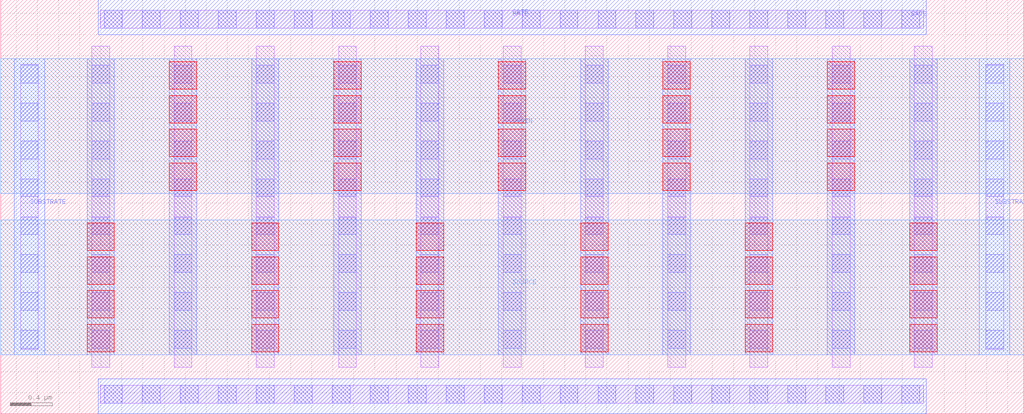
<source format=lef>
# Copyright 2020 The SkyWater PDK Authors
#
# Licensed under the Apache License, Version 2.0 (the "License");
# you may not use this file except in compliance with the License.
# You may obtain a copy of the License at
#
#     https://www.apache.org/licenses/LICENSE-2.0
#
# Unless required by applicable law or agreed to in writing, software
# distributed under the License is distributed on an "AS IS" BASIS,
# WITHOUT WARRANTIES OR CONDITIONS OF ANY KIND, either express or implied.
# See the License for the specific language governing permissions and
# limitations under the License.
#
# SPDX-License-Identifier: Apache-2.0

VERSION 5.7 ;
  NOWIREEXTENSIONATPIN ON ;
  DIVIDERCHAR "/" ;
  BUSBITCHARS "[]" ;
MACRO sky130_fd_pr__rf_nfet_g5v0d10v5_aM10W3p00L0p50
  CLASS BLOCK ;
  FOREIGN sky130_fd_pr__rf_nfet_g5v0d10v5_aM10W3p00L0p50 ;
  ORIGIN -0.050000  0.000000 ;
  SIZE  9.700000 BY  3.930000 ;
  PIN DRAIN
    ANTENNADIFFAREA  4.214000 ;
    PORT
      LAYER met2 ;
        RECT 0.050000 2.090000 9.750000 3.370000 ;
    END
  END DRAIN
  PIN GATE
    ANTENNAGATEAREA  15.049999 ;
    PORT
      LAYER li1 ;
        RECT 0.995000 0.100000 8.805000 0.270000 ;
        RECT 0.995000 3.660000 8.805000 3.830000 ;
      LAYER mcon ;
        RECT 1.035000 0.100000 1.205000 0.270000 ;
        RECT 1.035000 3.660000 1.205000 3.830000 ;
        RECT 1.395000 0.100000 1.565000 0.270000 ;
        RECT 1.395000 3.660000 1.565000 3.830000 ;
        RECT 1.755000 0.100000 1.925000 0.270000 ;
        RECT 1.755000 3.660000 1.925000 3.830000 ;
        RECT 2.115000 0.100000 2.285000 0.270000 ;
        RECT 2.115000 3.660000 2.285000 3.830000 ;
        RECT 2.475000 0.100000 2.645000 0.270000 ;
        RECT 2.475000 3.660000 2.645000 3.830000 ;
        RECT 2.835000 0.100000 3.005000 0.270000 ;
        RECT 2.835000 3.660000 3.005000 3.830000 ;
        RECT 3.195000 0.100000 3.365000 0.270000 ;
        RECT 3.195000 3.660000 3.365000 3.830000 ;
        RECT 3.555000 0.100000 3.725000 0.270000 ;
        RECT 3.555000 3.660000 3.725000 3.830000 ;
        RECT 3.915000 0.100000 4.085000 0.270000 ;
        RECT 3.915000 3.660000 4.085000 3.830000 ;
        RECT 4.275000 0.100000 4.445000 0.270000 ;
        RECT 4.275000 3.660000 4.445000 3.830000 ;
        RECT 4.635000 0.100000 4.805000 0.270000 ;
        RECT 4.635000 3.660000 4.805000 3.830000 ;
        RECT 4.995000 0.100000 5.165000 0.270000 ;
        RECT 4.995000 3.660000 5.165000 3.830000 ;
        RECT 5.355000 0.100000 5.525000 0.270000 ;
        RECT 5.355000 3.660000 5.525000 3.830000 ;
        RECT 5.715000 0.100000 5.885000 0.270000 ;
        RECT 5.715000 3.660000 5.885000 3.830000 ;
        RECT 6.075000 0.100000 6.245000 0.270000 ;
        RECT 6.075000 3.660000 6.245000 3.830000 ;
        RECT 6.435000 0.100000 6.605000 0.270000 ;
        RECT 6.435000 3.660000 6.605000 3.830000 ;
        RECT 6.795000 0.100000 6.965000 0.270000 ;
        RECT 6.795000 3.660000 6.965000 3.830000 ;
        RECT 7.155000 0.100000 7.325000 0.270000 ;
        RECT 7.155000 3.660000 7.325000 3.830000 ;
        RECT 7.515000 0.100000 7.685000 0.270000 ;
        RECT 7.515000 3.660000 7.685000 3.830000 ;
        RECT 7.875000 0.100000 8.045000 0.270000 ;
        RECT 7.875000 3.660000 8.045000 3.830000 ;
        RECT 8.235000 0.100000 8.405000 0.270000 ;
        RECT 8.235000 3.660000 8.405000 3.830000 ;
        RECT 8.595000 0.100000 8.765000 0.270000 ;
        RECT 8.595000 3.660000 8.765000 3.830000 ;
    END
    PORT
      LAYER met1 ;
        RECT 0.975000 0.000000 8.825000 0.330000 ;
        RECT 0.975000 3.600000 8.825000 3.930000 ;
    END
  END GATE
  PIN SOURCE
    ANTENNADIFFAREA  5.056800 ;
    PORT
      LAYER met2 ;
        RECT 0.050000 0.560000 9.750000 1.840000 ;
    END
  END SOURCE
  PIN SUBSTRATE
    ANTENNADIFFAREA  0.872900 ;
    PORT
      LAYER met1 ;
        RECT 0.180000 0.560000 0.470000 3.370000 ;
    END
    PORT
      LAYER met1 ;
        RECT 9.330000 0.560000 9.620000 3.370000 ;
    END
  END SUBSTRATE
  OBS
    LAYER li1 ;
      RECT 0.240000 0.610000 0.410000 3.320000 ;
      RECT 0.915000 0.440000 1.085000 3.490000 ;
      RECT 1.695000 0.440000 1.865000 3.490000 ;
      RECT 2.475000 0.440000 2.645000 3.490000 ;
      RECT 3.255000 0.440000 3.425000 3.490000 ;
      RECT 4.035000 0.440000 4.205000 3.490000 ;
      RECT 4.815000 0.440000 4.985000 3.490000 ;
      RECT 5.595000 0.440000 5.765000 3.490000 ;
      RECT 6.375000 0.440000 6.545000 3.490000 ;
      RECT 7.155000 0.440000 7.325000 3.490000 ;
      RECT 7.935000 0.440000 8.105000 3.490000 ;
      RECT 8.715000 0.440000 8.885000 3.490000 ;
      RECT 9.390000 0.610000 9.560000 3.320000 ;
    LAYER mcon ;
      RECT 0.240000 0.620000 0.410000 0.790000 ;
      RECT 0.240000 0.980000 0.410000 1.150000 ;
      RECT 0.240000 1.340000 0.410000 1.510000 ;
      RECT 0.240000 1.700000 0.410000 1.870000 ;
      RECT 0.240000 2.060000 0.410000 2.230000 ;
      RECT 0.240000 2.420000 0.410000 2.590000 ;
      RECT 0.240000 2.780000 0.410000 2.950000 ;
      RECT 0.240000 3.140000 0.410000 3.310000 ;
      RECT 0.915000 0.620000 1.085000 0.790000 ;
      RECT 0.915000 0.980000 1.085000 1.150000 ;
      RECT 0.915000 1.340000 1.085000 1.510000 ;
      RECT 0.915000 1.700000 1.085000 1.870000 ;
      RECT 0.915000 2.060000 1.085000 2.230000 ;
      RECT 0.915000 2.420000 1.085000 2.590000 ;
      RECT 0.915000 2.780000 1.085000 2.950000 ;
      RECT 0.915000 3.140000 1.085000 3.310000 ;
      RECT 1.695000 0.620000 1.865000 0.790000 ;
      RECT 1.695000 0.980000 1.865000 1.150000 ;
      RECT 1.695000 1.340000 1.865000 1.510000 ;
      RECT 1.695000 1.700000 1.865000 1.870000 ;
      RECT 1.695000 2.060000 1.865000 2.230000 ;
      RECT 1.695000 2.420000 1.865000 2.590000 ;
      RECT 1.695000 2.780000 1.865000 2.950000 ;
      RECT 1.695000 3.140000 1.865000 3.310000 ;
      RECT 2.475000 0.620000 2.645000 0.790000 ;
      RECT 2.475000 0.980000 2.645000 1.150000 ;
      RECT 2.475000 1.340000 2.645000 1.510000 ;
      RECT 2.475000 1.700000 2.645000 1.870000 ;
      RECT 2.475000 2.060000 2.645000 2.230000 ;
      RECT 2.475000 2.420000 2.645000 2.590000 ;
      RECT 2.475000 2.780000 2.645000 2.950000 ;
      RECT 2.475000 3.140000 2.645000 3.310000 ;
      RECT 3.255000 0.620000 3.425000 0.790000 ;
      RECT 3.255000 0.980000 3.425000 1.150000 ;
      RECT 3.255000 1.340000 3.425000 1.510000 ;
      RECT 3.255000 1.700000 3.425000 1.870000 ;
      RECT 3.255000 2.060000 3.425000 2.230000 ;
      RECT 3.255000 2.420000 3.425000 2.590000 ;
      RECT 3.255000 2.780000 3.425000 2.950000 ;
      RECT 3.255000 3.140000 3.425000 3.310000 ;
      RECT 4.035000 0.620000 4.205000 0.790000 ;
      RECT 4.035000 0.980000 4.205000 1.150000 ;
      RECT 4.035000 1.340000 4.205000 1.510000 ;
      RECT 4.035000 1.700000 4.205000 1.870000 ;
      RECT 4.035000 2.060000 4.205000 2.230000 ;
      RECT 4.035000 2.420000 4.205000 2.590000 ;
      RECT 4.035000 2.780000 4.205000 2.950000 ;
      RECT 4.035000 3.140000 4.205000 3.310000 ;
      RECT 4.815000 0.620000 4.985000 0.790000 ;
      RECT 4.815000 0.980000 4.985000 1.150000 ;
      RECT 4.815000 1.340000 4.985000 1.510000 ;
      RECT 4.815000 1.700000 4.985000 1.870000 ;
      RECT 4.815000 2.060000 4.985000 2.230000 ;
      RECT 4.815000 2.420000 4.985000 2.590000 ;
      RECT 4.815000 2.780000 4.985000 2.950000 ;
      RECT 4.815000 3.140000 4.985000 3.310000 ;
      RECT 5.595000 0.620000 5.765000 0.790000 ;
      RECT 5.595000 0.980000 5.765000 1.150000 ;
      RECT 5.595000 1.340000 5.765000 1.510000 ;
      RECT 5.595000 1.700000 5.765000 1.870000 ;
      RECT 5.595000 2.060000 5.765000 2.230000 ;
      RECT 5.595000 2.420000 5.765000 2.590000 ;
      RECT 5.595000 2.780000 5.765000 2.950000 ;
      RECT 5.595000 3.140000 5.765000 3.310000 ;
      RECT 6.375000 0.620000 6.545000 0.790000 ;
      RECT 6.375000 0.980000 6.545000 1.150000 ;
      RECT 6.375000 1.340000 6.545000 1.510000 ;
      RECT 6.375000 1.700000 6.545000 1.870000 ;
      RECT 6.375000 2.060000 6.545000 2.230000 ;
      RECT 6.375000 2.420000 6.545000 2.590000 ;
      RECT 6.375000 2.780000 6.545000 2.950000 ;
      RECT 6.375000 3.140000 6.545000 3.310000 ;
      RECT 7.155000 0.620000 7.325000 0.790000 ;
      RECT 7.155000 0.980000 7.325000 1.150000 ;
      RECT 7.155000 1.340000 7.325000 1.510000 ;
      RECT 7.155000 1.700000 7.325000 1.870000 ;
      RECT 7.155000 2.060000 7.325000 2.230000 ;
      RECT 7.155000 2.420000 7.325000 2.590000 ;
      RECT 7.155000 2.780000 7.325000 2.950000 ;
      RECT 7.155000 3.140000 7.325000 3.310000 ;
      RECT 7.935000 0.620000 8.105000 0.790000 ;
      RECT 7.935000 0.980000 8.105000 1.150000 ;
      RECT 7.935000 1.340000 8.105000 1.510000 ;
      RECT 7.935000 1.700000 8.105000 1.870000 ;
      RECT 7.935000 2.060000 8.105000 2.230000 ;
      RECT 7.935000 2.420000 8.105000 2.590000 ;
      RECT 7.935000 2.780000 8.105000 2.950000 ;
      RECT 7.935000 3.140000 8.105000 3.310000 ;
      RECT 8.715000 0.620000 8.885000 0.790000 ;
      RECT 8.715000 0.980000 8.885000 1.150000 ;
      RECT 8.715000 1.340000 8.885000 1.510000 ;
      RECT 8.715000 1.700000 8.885000 1.870000 ;
      RECT 8.715000 2.060000 8.885000 2.230000 ;
      RECT 8.715000 2.420000 8.885000 2.590000 ;
      RECT 8.715000 2.780000 8.885000 2.950000 ;
      RECT 8.715000 3.140000 8.885000 3.310000 ;
      RECT 9.390000 0.620000 9.560000 0.790000 ;
      RECT 9.390000 0.980000 9.560000 1.150000 ;
      RECT 9.390000 1.340000 9.560000 1.510000 ;
      RECT 9.390000 1.700000 9.560000 1.870000 ;
      RECT 9.390000 2.060000 9.560000 2.230000 ;
      RECT 9.390000 2.420000 9.560000 2.590000 ;
      RECT 9.390000 2.780000 9.560000 2.950000 ;
      RECT 9.390000 3.140000 9.560000 3.310000 ;
    LAYER met1 ;
      RECT 0.870000 0.560000 1.130000 3.370000 ;
      RECT 1.650000 0.560000 1.910000 3.370000 ;
      RECT 2.430000 0.560000 2.690000 3.370000 ;
      RECT 3.210000 0.560000 3.470000 3.370000 ;
      RECT 3.990000 0.560000 4.250000 3.370000 ;
      RECT 4.770000 0.560000 5.030000 3.370000 ;
      RECT 5.550000 0.560000 5.810000 3.370000 ;
      RECT 6.330000 0.560000 6.590000 3.370000 ;
      RECT 7.110000 0.560000 7.370000 3.370000 ;
      RECT 7.890000 0.560000 8.150000 3.370000 ;
      RECT 8.670000 0.560000 8.930000 3.370000 ;
    LAYER via ;
      RECT 0.870000 0.590000 1.130000 0.850000 ;
      RECT 0.870000 0.910000 1.130000 1.170000 ;
      RECT 0.870000 1.230000 1.130000 1.490000 ;
      RECT 0.870000 1.550000 1.130000 1.810000 ;
      RECT 1.650000 2.120000 1.910000 2.380000 ;
      RECT 1.650000 2.440000 1.910000 2.700000 ;
      RECT 1.650000 2.760000 1.910000 3.020000 ;
      RECT 1.650000 3.080000 1.910000 3.340000 ;
      RECT 2.430000 0.590000 2.690000 0.850000 ;
      RECT 2.430000 0.910000 2.690000 1.170000 ;
      RECT 2.430000 1.230000 2.690000 1.490000 ;
      RECT 2.430000 1.550000 2.690000 1.810000 ;
      RECT 3.210000 2.120000 3.470000 2.380000 ;
      RECT 3.210000 2.440000 3.470000 2.700000 ;
      RECT 3.210000 2.760000 3.470000 3.020000 ;
      RECT 3.210000 3.080000 3.470000 3.340000 ;
      RECT 3.990000 0.590000 4.250000 0.850000 ;
      RECT 3.990000 0.910000 4.250000 1.170000 ;
      RECT 3.990000 1.230000 4.250000 1.490000 ;
      RECT 3.990000 1.550000 4.250000 1.810000 ;
      RECT 4.770000 2.120000 5.030000 2.380000 ;
      RECT 4.770000 2.440000 5.030000 2.700000 ;
      RECT 4.770000 2.760000 5.030000 3.020000 ;
      RECT 4.770000 3.080000 5.030000 3.340000 ;
      RECT 5.550000 0.590000 5.810000 0.850000 ;
      RECT 5.550000 0.910000 5.810000 1.170000 ;
      RECT 5.550000 1.230000 5.810000 1.490000 ;
      RECT 5.550000 1.550000 5.810000 1.810000 ;
      RECT 6.330000 2.120000 6.590000 2.380000 ;
      RECT 6.330000 2.440000 6.590000 2.700000 ;
      RECT 6.330000 2.760000 6.590000 3.020000 ;
      RECT 6.330000 3.080000 6.590000 3.340000 ;
      RECT 7.110000 0.590000 7.370000 0.850000 ;
      RECT 7.110000 0.910000 7.370000 1.170000 ;
      RECT 7.110000 1.230000 7.370000 1.490000 ;
      RECT 7.110000 1.550000 7.370000 1.810000 ;
      RECT 7.890000 2.120000 8.150000 2.380000 ;
      RECT 7.890000 2.440000 8.150000 2.700000 ;
      RECT 7.890000 2.760000 8.150000 3.020000 ;
      RECT 7.890000 3.080000 8.150000 3.340000 ;
      RECT 8.670000 0.590000 8.930000 0.850000 ;
      RECT 8.670000 0.910000 8.930000 1.170000 ;
      RECT 8.670000 1.230000 8.930000 1.490000 ;
      RECT 8.670000 1.550000 8.930000 1.810000 ;
  END
END sky130_fd_pr__rf_nfet_g5v0d10v5_aM10W3p00L0p50
END LIBRARY

</source>
